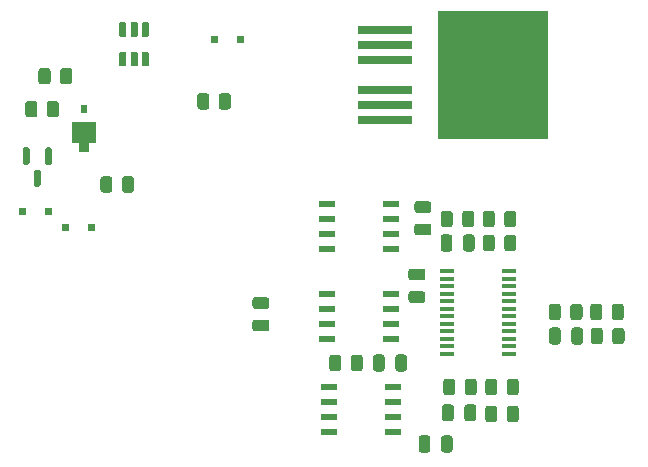
<source format=gbp>
G04 #@! TF.GenerationSoftware,KiCad,Pcbnew,9.0.1+1*
G04 #@! TF.CreationDate,2025-11-11T14:39:42+00:00*
G04 #@! TF.ProjectId,input-power-selector,696e7075-742d-4706-9f77-65722d73656c,rev?*
G04 #@! TF.SameCoordinates,Original*
G04 #@! TF.FileFunction,Paste,Bot*
G04 #@! TF.FilePolarity,Positive*
%FSLAX46Y46*%
G04 Gerber Fmt 4.6, Leading zero omitted, Abs format (unit mm)*
G04 Created by KiCad (PCBNEW 9.0.1+1) date 2025-11-11 14:39:42*
%MOMM*%
%LPD*%
G01*
G04 APERTURE LIST*
%ADD10C,0.010000*%
%ADD11C,0.000000*%
%ADD12R,1.460500X0.558800*%
%ADD13R,1.200000X0.400000*%
%ADD14R,4.600000X0.800000*%
%ADD15R,9.400000X10.800000*%
%ADD16R,0.842900X0.736600*%
%ADD17R,2.032000X1.778000*%
%ADD18R,0.533400X0.685800*%
G04 APERTURE END LIST*
D10*
X26998500Y-41815600D02*
X26498500Y-41815600D01*
X26498500Y-41315600D01*
X26998500Y-41315600D01*
X26998500Y-41815600D01*
G36*
X26998500Y-41815600D02*
G01*
X26498500Y-41815600D01*
X26498500Y-41315600D01*
X26998500Y-41315600D01*
X26998500Y-41815600D01*
G37*
X29198500Y-41815600D02*
X28698500Y-41815600D01*
X28698500Y-41315600D01*
X29198500Y-41315600D01*
X29198500Y-41815600D01*
G36*
X29198500Y-41815600D02*
G01*
X28698500Y-41815600D01*
X28698500Y-41315600D01*
X29198500Y-41315600D01*
X29198500Y-41815600D01*
G37*
X43305300Y-27236000D02*
X42805300Y-27236000D01*
X42805300Y-26736000D01*
X43305300Y-26736000D01*
X43305300Y-27236000D01*
G36*
X43305300Y-27236000D02*
G01*
X42805300Y-27236000D01*
X42805300Y-26736000D01*
X43305300Y-26736000D01*
X43305300Y-27236000D01*
G37*
X45505300Y-27236000D02*
X45005300Y-27236000D01*
X45005300Y-26736000D01*
X45505300Y-26736000D01*
X45505300Y-27236000D01*
G36*
X45505300Y-27236000D02*
G01*
X45005300Y-27236000D01*
X45005300Y-26736000D01*
X45505300Y-26736000D01*
X45505300Y-27236000D01*
G37*
X30665900Y-43161800D02*
X30165900Y-43161800D01*
X30165900Y-42661800D01*
X30665900Y-42661800D01*
X30665900Y-43161800D01*
G36*
X30665900Y-43161800D02*
G01*
X30165900Y-43161800D01*
X30165900Y-42661800D01*
X30665900Y-42661800D01*
X30665900Y-43161800D01*
G37*
X32865900Y-43161800D02*
X32365900Y-43161800D01*
X32365900Y-42661800D01*
X32865900Y-42661800D01*
X32865900Y-43161800D01*
G36*
X32865900Y-43161800D02*
G01*
X32365900Y-43161800D01*
X32365900Y-42661800D01*
X32865900Y-42661800D01*
X32865900Y-43161800D01*
G37*
D11*
G36*
X33047700Y-35825200D02*
G01*
X32450800Y-35825200D01*
X32450800Y-36561800D01*
X31612600Y-36561800D01*
X31612600Y-35825200D01*
X31015700Y-35825200D01*
X31015700Y-34047200D01*
X33047700Y-34047200D01*
X33047700Y-35825200D01*
G37*
G36*
G01*
X65990800Y-59186000D02*
X65990800Y-58286000D01*
G75*
G02*
X66240800Y-58036000I250000J0D01*
G01*
X66765800Y-58036000D01*
G75*
G02*
X67015800Y-58286000I0J-250000D01*
G01*
X67015800Y-59186000D01*
G75*
G02*
X66765800Y-59436000I-250000J0D01*
G01*
X66240800Y-59436000D01*
G75*
G02*
X65990800Y-59186000I0J250000D01*
G01*
G37*
G36*
G01*
X67815800Y-59186000D02*
X67815800Y-58286000D01*
G75*
G02*
X68065800Y-58036000I250000J0D01*
G01*
X68590800Y-58036000D01*
G75*
G02*
X68840800Y-58286000I0J-250000D01*
G01*
X68840800Y-59186000D01*
G75*
G02*
X68590800Y-59436000I-250000J0D01*
G01*
X68065800Y-59436000D01*
G75*
G02*
X67815800Y-59186000I0J250000D01*
G01*
G37*
G36*
G01*
X28158500Y-30585600D02*
X28158500Y-29685600D01*
G75*
G02*
X28408500Y-29435600I250000J0D01*
G01*
X28933500Y-29435600D01*
G75*
G02*
X29183500Y-29685600I0J-250000D01*
G01*
X29183500Y-30585600D01*
G75*
G02*
X28933500Y-30835600I-250000J0D01*
G01*
X28408500Y-30835600D01*
G75*
G02*
X28158500Y-30585600I0J250000D01*
G01*
G37*
G36*
G01*
X29983500Y-30585600D02*
X29983500Y-29685600D01*
G75*
G02*
X30233500Y-29435600I250000J0D01*
G01*
X30758500Y-29435600D01*
G75*
G02*
X31008500Y-29685600I0J-250000D01*
G01*
X31008500Y-30585600D01*
G75*
G02*
X30758500Y-30835600I-250000J0D01*
G01*
X30233500Y-30835600D01*
G75*
G02*
X29983500Y-30585600I0J250000D01*
G01*
G37*
G36*
G01*
X65780400Y-42676000D02*
X65780400Y-41776000D01*
G75*
G02*
X66030400Y-41526000I250000J0D01*
G01*
X66555400Y-41526000D01*
G75*
G02*
X66805400Y-41776000I0J-250000D01*
G01*
X66805400Y-42676000D01*
G75*
G02*
X66555400Y-42926000I-250000J0D01*
G01*
X66030400Y-42926000D01*
G75*
G02*
X65780400Y-42676000I0J250000D01*
G01*
G37*
G36*
G01*
X67605400Y-42676000D02*
X67605400Y-41776000D01*
G75*
G02*
X67855400Y-41526000I250000J0D01*
G01*
X68380400Y-41526000D01*
G75*
G02*
X68630400Y-41776000I0J-250000D01*
G01*
X68630400Y-42676000D01*
G75*
G02*
X68380400Y-42926000I-250000J0D01*
G01*
X67855400Y-42926000D01*
G75*
G02*
X67605400Y-42676000I0J250000D01*
G01*
G37*
D12*
X58168300Y-56450000D03*
X58168300Y-57720000D03*
X58168300Y-58990000D03*
X58168300Y-60260000D03*
X52720000Y-60260000D03*
X52720000Y-58990000D03*
X52720000Y-57720000D03*
X52720000Y-56450000D03*
G36*
G01*
X60675300Y-49330000D02*
X59725300Y-49330000D01*
G75*
G02*
X59475300Y-49080000I0J250000D01*
G01*
X59475300Y-48580000D01*
G75*
G02*
X59725300Y-48330000I250000J0D01*
G01*
X60675300Y-48330000D01*
G75*
G02*
X60925300Y-48580000I0J-250000D01*
G01*
X60925300Y-49080000D01*
G75*
G02*
X60675300Y-49330000I-250000J0D01*
G01*
G37*
G36*
G01*
X60675300Y-47430000D02*
X59725300Y-47430000D01*
G75*
G02*
X59475300Y-47180000I0J250000D01*
G01*
X59475300Y-46680000D01*
G75*
G02*
X59725300Y-46430000I250000J0D01*
G01*
X60675300Y-46430000D01*
G75*
G02*
X60925300Y-46680000I0J-250000D01*
G01*
X60925300Y-47180000D01*
G75*
G02*
X60675300Y-47430000I-250000J0D01*
G01*
G37*
G36*
G01*
X74880800Y-50550000D02*
X74880800Y-49650000D01*
G75*
G02*
X75130800Y-49400000I250000J0D01*
G01*
X75655800Y-49400000D01*
G75*
G02*
X75905800Y-49650000I0J-250000D01*
G01*
X75905800Y-50550000D01*
G75*
G02*
X75655800Y-50800000I-250000J0D01*
G01*
X75130800Y-50800000D01*
G75*
G02*
X74880800Y-50550000I0J250000D01*
G01*
G37*
G36*
G01*
X76705800Y-50550000D02*
X76705800Y-49650000D01*
G75*
G02*
X76955800Y-49400000I250000J0D01*
G01*
X77480800Y-49400000D01*
G75*
G02*
X77730800Y-49650000I0J-250000D01*
G01*
X77730800Y-50550000D01*
G75*
G02*
X77480800Y-50800000I-250000J0D01*
G01*
X76955800Y-50800000D01*
G75*
G02*
X76705800Y-50550000I0J250000D01*
G01*
G37*
G36*
G01*
X65780400Y-44708000D02*
X65780400Y-43808000D01*
G75*
G02*
X66030400Y-43558000I250000J0D01*
G01*
X66555400Y-43558000D01*
G75*
G02*
X66805400Y-43808000I0J-250000D01*
G01*
X66805400Y-44708000D01*
G75*
G02*
X66555400Y-44958000I-250000J0D01*
G01*
X66030400Y-44958000D01*
G75*
G02*
X65780400Y-44708000I0J250000D01*
G01*
G37*
G36*
G01*
X67605400Y-44708000D02*
X67605400Y-43808000D01*
G75*
G02*
X67855400Y-43558000I250000J0D01*
G01*
X68380400Y-43558000D01*
G75*
G02*
X68630400Y-43808000I0J-250000D01*
G01*
X68630400Y-44708000D01*
G75*
G02*
X68380400Y-44958000I-250000J0D01*
G01*
X67855400Y-44958000D01*
G75*
G02*
X67605400Y-44708000I0J250000D01*
G01*
G37*
G36*
G01*
X74284300Y-51657000D02*
X74284300Y-52607000D01*
G75*
G02*
X74034300Y-52857000I-250000J0D01*
G01*
X73534300Y-52857000D01*
G75*
G02*
X73284300Y-52607000I0J250000D01*
G01*
X73284300Y-51657000D01*
G75*
G02*
X73534300Y-51407000I250000J0D01*
G01*
X74034300Y-51407000D01*
G75*
G02*
X74284300Y-51657000I0J-250000D01*
G01*
G37*
G36*
G01*
X72384300Y-51657000D02*
X72384300Y-52607000D01*
G75*
G02*
X72134300Y-52857000I-250000J0D01*
G01*
X71634300Y-52857000D01*
G75*
G02*
X71384300Y-52607000I0J250000D01*
G01*
X71384300Y-51657000D01*
G75*
G02*
X71634300Y-51407000I250000J0D01*
G01*
X72134300Y-51407000D01*
G75*
G02*
X72384300Y-51657000I0J-250000D01*
G01*
G37*
G36*
G01*
X27039000Y-33379600D02*
X27039000Y-32479600D01*
G75*
G02*
X27289000Y-32229600I250000J0D01*
G01*
X27814000Y-32229600D01*
G75*
G02*
X28064000Y-32479600I0J-250000D01*
G01*
X28064000Y-33379600D01*
G75*
G02*
X27814000Y-33629600I-250000J0D01*
G01*
X27289000Y-33629600D01*
G75*
G02*
X27039000Y-33379600I0J250000D01*
G01*
G37*
G36*
G01*
X28864000Y-33379600D02*
X28864000Y-32479600D01*
G75*
G02*
X29114000Y-32229600I250000J0D01*
G01*
X29639000Y-32229600D01*
G75*
G02*
X29889000Y-32479600I0J-250000D01*
G01*
X29889000Y-33379600D01*
G75*
G02*
X29639000Y-33629600I-250000J0D01*
G01*
X29114000Y-33629600D01*
G75*
G02*
X28864000Y-33379600I0J250000D01*
G01*
G37*
G36*
G01*
X62434800Y-56900000D02*
X62434800Y-56000000D01*
G75*
G02*
X62684800Y-55750000I250000J0D01*
G01*
X63209800Y-55750000D01*
G75*
G02*
X63459800Y-56000000I0J-250000D01*
G01*
X63459800Y-56900000D01*
G75*
G02*
X63209800Y-57150000I-250000J0D01*
G01*
X62684800Y-57150000D01*
G75*
G02*
X62434800Y-56900000I0J250000D01*
G01*
G37*
G36*
G01*
X64259800Y-56900000D02*
X64259800Y-56000000D01*
G75*
G02*
X64509800Y-55750000I250000J0D01*
G01*
X65034800Y-55750000D01*
G75*
G02*
X65284800Y-56000000I0J-250000D01*
G01*
X65284800Y-56900000D01*
G75*
G02*
X65034800Y-57150000I-250000J0D01*
G01*
X64509800Y-57150000D01*
G75*
G02*
X64259800Y-56900000I0J250000D01*
G01*
G37*
G36*
G01*
X65990800Y-56900000D02*
X65990800Y-56000000D01*
G75*
G02*
X66240800Y-55750000I250000J0D01*
G01*
X66765800Y-55750000D01*
G75*
G02*
X67015800Y-56000000I0J-250000D01*
G01*
X67015800Y-56900000D01*
G75*
G02*
X66765800Y-57150000I-250000J0D01*
G01*
X66240800Y-57150000D01*
G75*
G02*
X65990800Y-56900000I0J250000D01*
G01*
G37*
G36*
G01*
X67815800Y-56900000D02*
X67815800Y-56000000D01*
G75*
G02*
X68065800Y-55750000I250000J0D01*
G01*
X68590800Y-55750000D01*
G75*
G02*
X68840800Y-56000000I0J-250000D01*
G01*
X68840800Y-56900000D01*
G75*
G02*
X68590800Y-57150000I-250000J0D01*
G01*
X68065800Y-57150000D01*
G75*
G02*
X67815800Y-56900000I0J250000D01*
G01*
G37*
G36*
G01*
X56464300Y-54893000D02*
X56464300Y-53943000D01*
G75*
G02*
X56714300Y-53693000I250000J0D01*
G01*
X57214300Y-53693000D01*
G75*
G02*
X57464300Y-53943000I0J-250000D01*
G01*
X57464300Y-54893000D01*
G75*
G02*
X57214300Y-55143000I-250000J0D01*
G01*
X56714300Y-55143000D01*
G75*
G02*
X56464300Y-54893000I0J250000D01*
G01*
G37*
G36*
G01*
X58364300Y-54893000D02*
X58364300Y-53943000D01*
G75*
G02*
X58614300Y-53693000I250000J0D01*
G01*
X59114300Y-53693000D01*
G75*
G02*
X59364300Y-53943000I0J-250000D01*
G01*
X59364300Y-54893000D01*
G75*
G02*
X59114300Y-55143000I-250000J0D01*
G01*
X58614300Y-55143000D01*
G75*
G02*
X58364300Y-54893000I0J250000D01*
G01*
G37*
G36*
G01*
X71371800Y-50550000D02*
X71371800Y-49650000D01*
G75*
G02*
X71621800Y-49400000I250000J0D01*
G01*
X72146800Y-49400000D01*
G75*
G02*
X72396800Y-49650000I0J-250000D01*
G01*
X72396800Y-50550000D01*
G75*
G02*
X72146800Y-50800000I-250000J0D01*
G01*
X71621800Y-50800000D01*
G75*
G02*
X71371800Y-50550000I0J250000D01*
G01*
G37*
G36*
G01*
X73196800Y-50550000D02*
X73196800Y-49650000D01*
G75*
G02*
X73446800Y-49400000I250000J0D01*
G01*
X73971800Y-49400000D01*
G75*
G02*
X74221800Y-49650000I0J-250000D01*
G01*
X74221800Y-50550000D01*
G75*
G02*
X73971800Y-50800000I-250000J0D01*
G01*
X73446800Y-50800000D01*
G75*
G02*
X73196800Y-50550000I0J250000D01*
G01*
G37*
G36*
G01*
X44449800Y-31821000D02*
X44449800Y-32721000D01*
G75*
G02*
X44199800Y-32971000I-250000J0D01*
G01*
X43674800Y-32971000D01*
G75*
G02*
X43424800Y-32721000I0J250000D01*
G01*
X43424800Y-31821000D01*
G75*
G02*
X43674800Y-31571000I250000J0D01*
G01*
X44199800Y-31571000D01*
G75*
G02*
X44449800Y-31821000I0J-250000D01*
G01*
G37*
G36*
G01*
X42624800Y-31821000D02*
X42624800Y-32721000D01*
G75*
G02*
X42374800Y-32971000I-250000J0D01*
G01*
X41849800Y-32971000D01*
G75*
G02*
X41599800Y-32721000I0J250000D01*
G01*
X41599800Y-31821000D01*
G75*
G02*
X41849800Y-31571000I250000J0D01*
G01*
X42374800Y-31571000D01*
G75*
G02*
X42624800Y-31821000I0J-250000D01*
G01*
G37*
G36*
G01*
X35079750Y-25585999D02*
X35522250Y-25585999D01*
G75*
G02*
X35596000Y-25659749I0J-73750D01*
G01*
X35596000Y-26722249D01*
G75*
G02*
X35522250Y-26795999I-73750J0D01*
G01*
X35079750Y-26795999D01*
G75*
G02*
X35006000Y-26722249I0J73750D01*
G01*
X35006000Y-25659749D01*
G75*
G02*
X35079750Y-25585999I73750J0D01*
G01*
G37*
G36*
G01*
X36029750Y-25585999D02*
X36472250Y-25585999D01*
G75*
G02*
X36546000Y-25659749I0J-73750D01*
G01*
X36546000Y-26722249D01*
G75*
G02*
X36472250Y-26795999I-73750J0D01*
G01*
X36029750Y-26795999D01*
G75*
G02*
X35956000Y-26722249I0J73750D01*
G01*
X35956000Y-25659749D01*
G75*
G02*
X36029750Y-25585999I73750J0D01*
G01*
G37*
G36*
G01*
X36979750Y-25585999D02*
X37422250Y-25585999D01*
G75*
G02*
X37496000Y-25659749I0J-73750D01*
G01*
X37496000Y-26722249D01*
G75*
G02*
X37422250Y-26795999I-73750J0D01*
G01*
X36979750Y-26795999D01*
G75*
G02*
X36906000Y-26722249I0J73750D01*
G01*
X36906000Y-25659749D01*
G75*
G02*
X36979750Y-25585999I73750J0D01*
G01*
G37*
G36*
G01*
X36979750Y-28095999D02*
X37422250Y-28095999D01*
G75*
G02*
X37496000Y-28169749I0J-73750D01*
G01*
X37496000Y-29232249D01*
G75*
G02*
X37422250Y-29305999I-73750J0D01*
G01*
X36979750Y-29305999D01*
G75*
G02*
X36906000Y-29232249I0J73750D01*
G01*
X36906000Y-28169749D01*
G75*
G02*
X36979750Y-28095999I73750J0D01*
G01*
G37*
G36*
G01*
X36029750Y-28095999D02*
X36472250Y-28095999D01*
G75*
G02*
X36546000Y-28169749I0J-73750D01*
G01*
X36546000Y-29232249D01*
G75*
G02*
X36472250Y-29305999I-73750J0D01*
G01*
X36029750Y-29305999D01*
G75*
G02*
X35956000Y-29232249I0J73750D01*
G01*
X35956000Y-28169749D01*
G75*
G02*
X36029750Y-28095999I73750J0D01*
G01*
G37*
G36*
G01*
X35079750Y-28095999D02*
X35522250Y-28095999D01*
G75*
G02*
X35596000Y-28169749I0J-73750D01*
G01*
X35596000Y-29232249D01*
G75*
G02*
X35522250Y-29305999I-73750J0D01*
G01*
X35079750Y-29305999D01*
G75*
G02*
X35006000Y-29232249I0J73750D01*
G01*
X35006000Y-28169749D01*
G75*
G02*
X35079750Y-28095999I73750J0D01*
G01*
G37*
D13*
X67972700Y-46645600D03*
X67972700Y-47280600D03*
X67972700Y-47915600D03*
X67972700Y-48550600D03*
X67972700Y-49185600D03*
X67972700Y-49820600D03*
X67972700Y-50455600D03*
X67972700Y-51090600D03*
X67972700Y-51725600D03*
X67972700Y-52360600D03*
X67972700Y-52995600D03*
X67972700Y-53630600D03*
X62772700Y-53630600D03*
X62772700Y-52995600D03*
X62772700Y-52360600D03*
X62772700Y-51725600D03*
X62772700Y-51090600D03*
X62772700Y-50455600D03*
X62772700Y-49820600D03*
X62772700Y-49185600D03*
X62772700Y-48550600D03*
X62772700Y-47915600D03*
X62772700Y-47280600D03*
X62772700Y-46645600D03*
G36*
G01*
X62197100Y-42676000D02*
X62197100Y-41776000D01*
G75*
G02*
X62447100Y-41526000I250000J0D01*
G01*
X62972100Y-41526000D01*
G75*
G02*
X63222100Y-41776000I0J-250000D01*
G01*
X63222100Y-42676000D01*
G75*
G02*
X62972100Y-42926000I-250000J0D01*
G01*
X62447100Y-42926000D01*
G75*
G02*
X62197100Y-42676000I0J250000D01*
G01*
G37*
G36*
G01*
X64022100Y-42676000D02*
X64022100Y-41776000D01*
G75*
G02*
X64272100Y-41526000I250000J0D01*
G01*
X64797100Y-41526000D01*
G75*
G02*
X65047100Y-41776000I0J-250000D01*
G01*
X65047100Y-42676000D01*
G75*
G02*
X64797100Y-42926000I-250000J0D01*
G01*
X64272100Y-42926000D01*
G75*
G02*
X64022100Y-42676000I0J250000D01*
G01*
G37*
G36*
G01*
X55632800Y-53968000D02*
X55632800Y-54868000D01*
G75*
G02*
X55382800Y-55118000I-250000J0D01*
G01*
X54857800Y-55118000D01*
G75*
G02*
X54607800Y-54868000I0J250000D01*
G01*
X54607800Y-53968000D01*
G75*
G02*
X54857800Y-53718000I250000J0D01*
G01*
X55382800Y-53718000D01*
G75*
G02*
X55632800Y-53968000I0J-250000D01*
G01*
G37*
G36*
G01*
X53807800Y-53968000D02*
X53807800Y-54868000D01*
G75*
G02*
X53557800Y-55118000I-250000J0D01*
G01*
X53032800Y-55118000D01*
G75*
G02*
X52782800Y-54868000I0J250000D01*
G01*
X52782800Y-53968000D01*
G75*
G02*
X53032800Y-53718000I250000J0D01*
G01*
X53557800Y-53718000D01*
G75*
G02*
X53807800Y-53968000I0J-250000D01*
G01*
G37*
G36*
G01*
X26959500Y-36159100D02*
X27259500Y-36159100D01*
G75*
G02*
X27409500Y-36309100I0J-150000D01*
G01*
X27409500Y-37484100D01*
G75*
G02*
X27259500Y-37634100I-150000J0D01*
G01*
X26959500Y-37634100D01*
G75*
G02*
X26809500Y-37484100I0J150000D01*
G01*
X26809500Y-36309100D01*
G75*
G02*
X26959500Y-36159100I150000J0D01*
G01*
G37*
G36*
G01*
X28859500Y-36159100D02*
X29159500Y-36159100D01*
G75*
G02*
X29309500Y-36309100I0J-150000D01*
G01*
X29309500Y-37484100D01*
G75*
G02*
X29159500Y-37634100I-150000J0D01*
G01*
X28859500Y-37634100D01*
G75*
G02*
X28709500Y-37484100I0J150000D01*
G01*
X28709500Y-36309100D01*
G75*
G02*
X28859500Y-36159100I150000J0D01*
G01*
G37*
G36*
G01*
X27909500Y-38034100D02*
X28209500Y-38034100D01*
G75*
G02*
X28359500Y-38184100I0J-150000D01*
G01*
X28359500Y-39359100D01*
G75*
G02*
X28209500Y-39509100I-150000J0D01*
G01*
X27909500Y-39509100D01*
G75*
G02*
X27759500Y-39359100I0J150000D01*
G01*
X27759500Y-38184100D01*
G75*
G02*
X27909500Y-38034100I150000J0D01*
G01*
G37*
D12*
X58028600Y-48576000D03*
X58028600Y-49846000D03*
X58028600Y-51116000D03*
X58028600Y-52386000D03*
X52580300Y-52386000D03*
X52580300Y-51116000D03*
X52580300Y-49846000D03*
X52580300Y-48576000D03*
G36*
G01*
X74927800Y-52582000D02*
X74927800Y-51682000D01*
G75*
G02*
X75177800Y-51432000I250000J0D01*
G01*
X75702800Y-51432000D01*
G75*
G02*
X75952800Y-51682000I0J-250000D01*
G01*
X75952800Y-52582000D01*
G75*
G02*
X75702800Y-52832000I-250000J0D01*
G01*
X75177800Y-52832000D01*
G75*
G02*
X74927800Y-52582000I0J250000D01*
G01*
G37*
G36*
G01*
X76752800Y-52582000D02*
X76752800Y-51682000D01*
G75*
G02*
X77002800Y-51432000I250000J0D01*
G01*
X77527800Y-51432000D01*
G75*
G02*
X77777800Y-51682000I0J-250000D01*
G01*
X77777800Y-52582000D01*
G75*
G02*
X77527800Y-52832000I-250000J0D01*
G01*
X77002800Y-52832000D01*
G75*
G02*
X76752800Y-52582000I0J250000D01*
G01*
G37*
D14*
X57473300Y-33844000D03*
X57473300Y-32574000D03*
X57473300Y-31304000D03*
D15*
X66623300Y-30034000D03*
D14*
X57473300Y-28764000D03*
X57473300Y-27494000D03*
X57473300Y-26224000D03*
G36*
G01*
X61183300Y-43610000D02*
X60233300Y-43610000D01*
G75*
G02*
X59983300Y-43360000I0J250000D01*
G01*
X59983300Y-42860000D01*
G75*
G02*
X60233300Y-42610000I250000J0D01*
G01*
X61183300Y-42610000D01*
G75*
G02*
X61433300Y-42860000I0J-250000D01*
G01*
X61433300Y-43360000D01*
G75*
G02*
X61183300Y-43610000I-250000J0D01*
G01*
G37*
G36*
G01*
X61183300Y-41710000D02*
X60233300Y-41710000D01*
G75*
G02*
X59983300Y-41460000I0J250000D01*
G01*
X59983300Y-40960000D01*
G75*
G02*
X60233300Y-40710000I250000J0D01*
G01*
X61183300Y-40710000D01*
G75*
G02*
X61433300Y-40960000I0J-250000D01*
G01*
X61433300Y-41460000D01*
G75*
G02*
X61183300Y-41710000I-250000J0D01*
G01*
G37*
G36*
G01*
X65099400Y-43783000D02*
X65099400Y-44733000D01*
G75*
G02*
X64849400Y-44983000I-250000J0D01*
G01*
X64349400Y-44983000D01*
G75*
G02*
X64099400Y-44733000I0J250000D01*
G01*
X64099400Y-43783000D01*
G75*
G02*
X64349400Y-43533000I250000J0D01*
G01*
X64849400Y-43533000D01*
G75*
G02*
X65099400Y-43783000I0J-250000D01*
G01*
G37*
G36*
G01*
X63199400Y-43783000D02*
X63199400Y-44733000D01*
G75*
G02*
X62949400Y-44983000I-250000J0D01*
G01*
X62449400Y-44983000D01*
G75*
G02*
X62199400Y-44733000I0J250000D01*
G01*
X62199400Y-43783000D01*
G75*
G02*
X62449400Y-43533000I250000J0D01*
G01*
X62949400Y-43533000D01*
G75*
G02*
X63199400Y-43783000I0J-250000D01*
G01*
G37*
G36*
G01*
X65225300Y-58159400D02*
X65225300Y-59109400D01*
G75*
G02*
X64975300Y-59359400I-250000J0D01*
G01*
X64475300Y-59359400D01*
G75*
G02*
X64225300Y-59109400I0J250000D01*
G01*
X64225300Y-58159400D01*
G75*
G02*
X64475300Y-57909400I250000J0D01*
G01*
X64975300Y-57909400D01*
G75*
G02*
X65225300Y-58159400I0J-250000D01*
G01*
G37*
G36*
G01*
X63325300Y-58159400D02*
X63325300Y-59109400D01*
G75*
G02*
X63075300Y-59359400I-250000J0D01*
G01*
X62575300Y-59359400D01*
G75*
G02*
X62325300Y-59109400I0J250000D01*
G01*
X62325300Y-58159400D01*
G75*
G02*
X62575300Y-57909400I250000J0D01*
G01*
X63075300Y-57909400D01*
G75*
G02*
X63325300Y-58159400I0J-250000D01*
G01*
G37*
D16*
X32029350Y-36193500D03*
D17*
X32031700Y-34936200D03*
D18*
X32031700Y-32916900D03*
G36*
G01*
X46517300Y-48838000D02*
X47467300Y-48838000D01*
G75*
G02*
X47717300Y-49088000I0J-250000D01*
G01*
X47717300Y-49588000D01*
G75*
G02*
X47467300Y-49838000I-250000J0D01*
G01*
X46517300Y-49838000D01*
G75*
G02*
X46267300Y-49588000I0J250000D01*
G01*
X46267300Y-49088000D01*
G75*
G02*
X46517300Y-48838000I250000J0D01*
G01*
G37*
G36*
G01*
X46517300Y-50738000D02*
X47467300Y-50738000D01*
G75*
G02*
X47717300Y-50988000I0J-250000D01*
G01*
X47717300Y-51488000D01*
G75*
G02*
X47467300Y-51738000I-250000J0D01*
G01*
X46517300Y-51738000D01*
G75*
G02*
X46267300Y-51488000I0J250000D01*
G01*
X46267300Y-50988000D01*
G75*
G02*
X46517300Y-50738000I250000J0D01*
G01*
G37*
D12*
X58028600Y-40956000D03*
X58028600Y-42226000D03*
X58028600Y-43496000D03*
X58028600Y-44766000D03*
X52580300Y-44766000D03*
X52580300Y-43496000D03*
X52580300Y-42226000D03*
X52580300Y-40956000D03*
G36*
G01*
X60340300Y-61751000D02*
X60340300Y-60801000D01*
G75*
G02*
X60590300Y-60551000I250000J0D01*
G01*
X61090300Y-60551000D01*
G75*
G02*
X61340300Y-60801000I0J-250000D01*
G01*
X61340300Y-61751000D01*
G75*
G02*
X61090300Y-62001000I-250000J0D01*
G01*
X60590300Y-62001000D01*
G75*
G02*
X60340300Y-61751000I0J250000D01*
G01*
G37*
G36*
G01*
X62240300Y-61751000D02*
X62240300Y-60801000D01*
G75*
G02*
X62490300Y-60551000I250000J0D01*
G01*
X62990300Y-60551000D01*
G75*
G02*
X63240300Y-60801000I0J-250000D01*
G01*
X63240300Y-61751000D01*
G75*
G02*
X62990300Y-62001000I-250000J0D01*
G01*
X62490300Y-62001000D01*
G75*
G02*
X62240300Y-61751000I0J250000D01*
G01*
G37*
G36*
G01*
X36242800Y-38855000D02*
X36242800Y-39755000D01*
G75*
G02*
X35992800Y-40005000I-250000J0D01*
G01*
X35467800Y-40005000D01*
G75*
G02*
X35217800Y-39755000I0J250000D01*
G01*
X35217800Y-38855000D01*
G75*
G02*
X35467800Y-38605000I250000J0D01*
G01*
X35992800Y-38605000D01*
G75*
G02*
X36242800Y-38855000I0J-250000D01*
G01*
G37*
G36*
G01*
X34417800Y-38855000D02*
X34417800Y-39755000D01*
G75*
G02*
X34167800Y-40005000I-250000J0D01*
G01*
X33642800Y-40005000D01*
G75*
G02*
X33392800Y-39755000I0J250000D01*
G01*
X33392800Y-38855000D01*
G75*
G02*
X33642800Y-38605000I250000J0D01*
G01*
X34167800Y-38605000D01*
G75*
G02*
X34417800Y-38855000I0J-250000D01*
G01*
G37*
M02*

</source>
